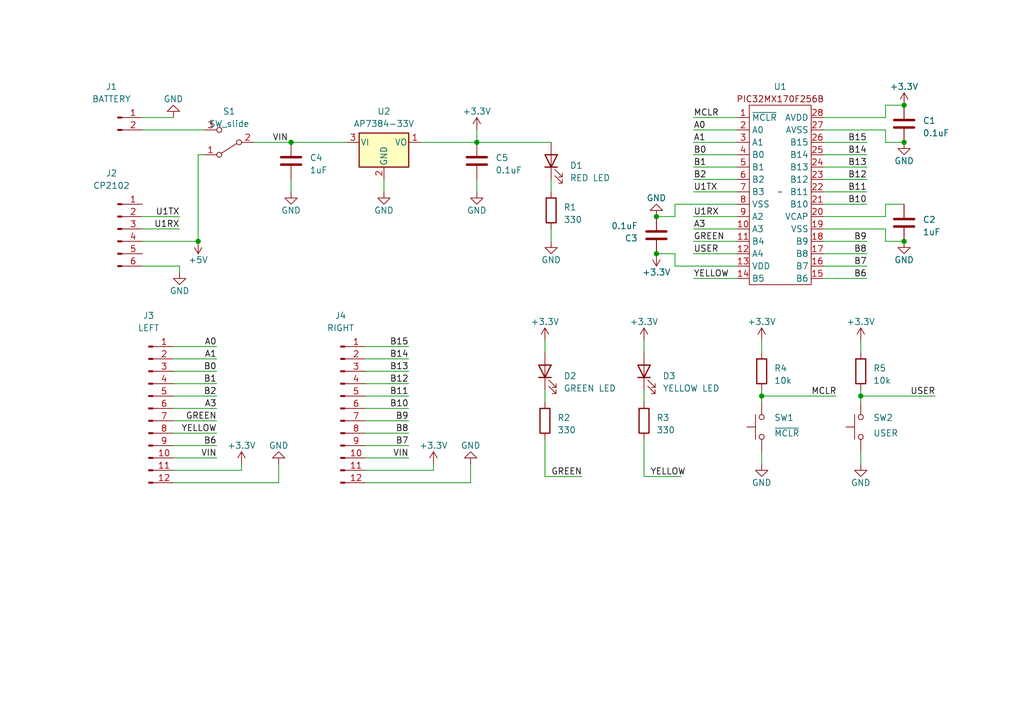
<source format=kicad_sch>
(kicad_sch (version 20230121) (generator eeschema)
  (paper "A5")
  (lib_symbols
    (symbol "Connector:Conn_01x02_Pin" (pin_names (offset 1.016) hide)
      (property "Reference" "J" (at 0 2.54 0))
      (property "Value" "Conn_01x02_Pin" (at 0 -5.08 0))
      (symbol "Conn_01x02_Pin_1_1"
        (polyline (pts (xy 1.27 -2.54) (xy 0.8636 -2.54)) (stroke (width 0.1524)))
        (polyline (pts (xy 1.27 0) (xy 0.8636 0)) (stroke (width 0.1524)))
        (rectangle (start 0.8636 -2.413) (end 0 -2.667) (stroke (width 0.1524)) (fill (type outline)))
        (rectangle (start 0.8636 0.127) (end 0 -0.127) (stroke (width 0.1524)) (fill (type outline)))
        (pin passive line (at 5.08 0 180) (length 3.81) (name "Pin_1") (number "1"))
        (pin passive line (at 5.08 -2.54 180) (length 3.81) (name "Pin_2") (number "2"))
      )
    )
    (symbol "Connector:Conn_01x06_Pin" (pin_names (offset 1.016) hide)
      (property "Reference" "J" (at 0 7.62 0))
      (property "Value" "Conn_01x06_Pin" (at 0 -10.16 0))
      (symbol "Conn_01x06_Pin_1_1"
        (polyline (pts (xy 1.27 -7.62) (xy 0.8636 -7.62)) (stroke (width 0.1524)))
        (polyline (pts (xy 1.27 -5.08) (xy 0.8636 -5.08)) (stroke (width 0.1524)))
        (polyline (pts (xy 1.27 -2.54) (xy 0.8636 -2.54)) (stroke (width 0.1524)))
        (polyline (pts (xy 1.27 0) (xy 0.8636 0)) (stroke (width 0.1524)))
        (polyline (pts (xy 1.27 2.54) (xy 0.8636 2.54)) (stroke (width 0.1524)))
        (polyline (pts (xy 1.27 5.08) (xy 0.8636 5.08)) (stroke (width 0.1524)))
        (rectangle (start 0.8636 -7.493) (end 0 -7.747) (stroke (width 0.1524)) (fill (type outline)))
        (rectangle (start 0.8636 -4.953) (end 0 -5.207) (stroke (width 0.1524)) (fill (type outline)))
        (rectangle (start 0.8636 -2.413) (end 0 -2.667) (stroke (width 0.1524)) (fill (type outline)))
        (rectangle (start 0.8636 0.127) (end 0 -0.127) (stroke (width 0.1524)) (fill (type outline)))
        (rectangle (start 0.8636 2.667) (end 0 2.413) (stroke (width 0.1524)) (fill (type outline)))
        (rectangle (start 0.8636 5.207) (end 0 4.953) (stroke (width 0.1524)) (fill (type outline)))
        (pin passive line (at 5.08 5.08 180) (length 3.81) (name "Pin_1") (number "1"))
        (pin passive line (at 5.08 2.54 180) (length 3.81) (name "Pin_2") (number "2"))
        (pin passive line (at 5.08 0 180) (length 3.81) (name "Pin_3") (number "3"))
        (pin passive line (at 5.08 -2.54 180) (length 3.81) (name "Pin_4") (number "4"))
        (pin passive line (at 5.08 -5.08 180) (length 3.81) (name "Pin_5") (number "5"))
        (pin passive line (at 5.08 -7.62 180) (length 3.81) (name "Pin_6") (number "6"))
      )
    )
    (symbol "Connector:Conn_01x12_Pin" (pin_names (offset 1.016) hide)
      (property "Reference" "J" (at 0 15.24 0))
      (property "Value" "Conn_01x12_Pin" (at 0 -17.78 0))
      (symbol "Conn_01x12_Pin_1_1"
        (polyline (pts (xy 1.27 -15.24) (xy 0.8636 -15.24)) (stroke (width 0.1524)))
        (polyline (pts (xy 1.27 -12.7) (xy 0.8636 -12.7)) (stroke (width 0.1524)))
        (polyline (pts (xy 1.27 -10.16) (xy 0.8636 -10.16)) (stroke (width 0.1524)))
        (polyline (pts (xy 1.27 -7.62) (xy 0.8636 -7.62)) (stroke (width 0.1524)))
        (polyline (pts (xy 1.27 -5.08) (xy 0.8636 -5.08)) (stroke (width 0.1524)))
        (polyline (pts (xy 1.27 -2.54) (xy 0.8636 -2.54)) (stroke (width 0.1524)))
        (polyline (pts (xy 1.27 0) (xy 0.8636 0)) (stroke (width 0.1524)))
        (polyline (pts (xy 1.27 2.54) (xy 0.8636 2.54)) (stroke (width 0.1524)))
        (polyline (pts (xy 1.27 5.08) (xy 0.8636 5.08)) (stroke (width 0.1524)))
        (polyline (pts (xy 1.27 7.62) (xy 0.8636 7.62)) (stroke (width 0.1524)))
        (polyline (pts (xy 1.27 10.16) (xy 0.8636 10.16)) (stroke (width 0.1524)))
        (polyline (pts (xy 1.27 12.7) (xy 0.8636 12.7)) (stroke (width 0.1524)))
        (rectangle (start 0.8636 -15.113) (end 0 -15.367) (stroke (width 0.1524)) (fill (type outline)))
        (rectangle (start 0.8636 -12.573) (end 0 -12.827) (stroke (width 0.1524)) (fill (type outline)))
        (rectangle (start 0.8636 -10.033) (end 0 -10.287) (stroke (width 0.1524)) (fill (type outline)))
        (rectangle (start 0.8636 -7.493) (end 0 -7.747) (stroke (width 0.1524)) (fill (type outline)))
        (rectangle (start 0.8636 -4.953) (end 0 -5.207) (stroke (width 0.1524)) (fill (type outline)))
        (rectangle (start 0.8636 -2.413) (end 0 -2.667) (stroke (width 0.1524)) (fill (type outline)))
        (rectangle (start 0.8636 0.127) (end 0 -0.127) (stroke (width 0.1524)) (fill (type outline)))
        (rectangle (start 0.8636 2.667) (end 0 2.413) (stroke (width 0.1524)) (fill (type outline)))
        (rectangle (start 0.8636 5.207) (end 0 4.953) (stroke (width 0.1524)) (fill (type outline)))
        (rectangle (start 0.8636 7.747) (end 0 7.493) (stroke (width 0.1524)) (fill (type outline)))
        (rectangle (start 0.8636 10.287) (end 0 10.033) (stroke (width 0.1524)) (fill (type outline)))
        (rectangle (start 0.8636 12.827) (end 0 12.573) (stroke (width 0.1524)) (fill (type outline)))
        (pin passive line (at 5.08 12.7 180) (length 3.81) (name "Pin_1") (number "1"))
        (pin passive line (at 5.08 -10.16 180) (length 3.81) (name "Pin_10") (number "10"))
        (pin passive line (at 5.08 -12.7 180) (length 3.81) (name "Pin_11") (number "11"))
        (pin passive line (at 5.08 -15.24 180) (length 3.81) (name "Pin_12") (number "12"))
        (pin passive line (at 5.08 10.16 180) (length 3.81) (name "Pin_2") (number "2"))
        (pin passive line (at 5.08 7.62 180) (length 3.81) (name "Pin_3") (number "3"))
        (pin passive line (at 5.08 5.08 180) (length 3.81) (name "Pin_4") (number "4"))
        (pin passive line (at 5.08 2.54 180) (length 3.81) (name "Pin_5") (number "5"))
        (pin passive line (at 5.08 0 180) (length 3.81) (name "Pin_6") (number "6"))
        (pin passive line (at 5.08 -2.54 180) (length 3.81) (name "Pin_7") (number "7"))
        (pin passive line (at 5.08 -5.08 180) (length 3.81) (name "Pin_8") (number "8"))
        (pin passive line (at 5.08 -7.62 180) (length 3.81) (name "Pin_9") (number "9"))
      )
    )
    (symbol "Device:C" (pin_numbers hide) (pin_names (offset 0.254))
      (property "Reference" "C" (at 0.635 2.54 0))
      (property "Value" "C" (at 0.635 -2.54 0))
      (symbol "C_0_1"
        (polyline (pts (xy -2.032 -0.762) (xy 2.032 -0.762)) (stroke (width 0.508)))
        (polyline (pts (xy -2.032 0.762) (xy 2.032 0.762)) (stroke (width 0.508)))
      )
      (symbol "C_1_1"
        (pin passive line (at 0 3.81 270) (length 2.794) (name "~") (number "1"))
        (pin passive line (at 0 -3.81 90) (length 2.794) (name "~") (number "2"))
      )
    )
    (symbol "Device:LED" (pin_numbers hide) (pin_names (offset 1.016) hide)
      (property "Reference" "D" (at 0 2.54 0))
      (property "Value" "LED" (at 0 -2.54 0))
      (symbol "LED_0_1"
        (polyline (pts (xy -1.27 -1.27) (xy -1.27 1.27)) (stroke (width 0.254)))
        (polyline (pts (xy -1.27 0) (xy 1.27 0)))
        (polyline (pts (xy 1.27 -1.27) (xy 1.27 1.27) (xy -1.27 0) (xy 1.27 -1.27)) (stroke (width 0.254)))
        (polyline (pts (xy -3.048 -0.762) (xy -4.572 -2.286) (xy -3.81 -2.286) (xy -4.572 -2.286) (xy -4.572 -1.524)))
        (polyline (pts (xy -1.778 -0.762) (xy -3.302 -2.286) (xy -2.54 -2.286) (xy -3.302 -2.286) (xy -3.302 -1.524)))
      )
      (symbol "LED_1_1"
        (pin passive line (at -3.81 0 0) (length 2.54) (name "K") (number "1"))
        (pin passive line (at 3.81 0 180) (length 2.54) (name "A") (number "2"))
      )
    )
    (symbol "Device:R" (pin_numbers hide) (pin_names (offset 0))
      (property "Reference" "R" (at 2.032 0 90))
      (property "Value" "R" (at 0 0 90))
      (symbol "R_0_1"
        (rectangle (start -1.016 -2.54) (end 1.016 2.54) (stroke (width 0.254)))
      )
      (symbol "R_1_1"
        (pin passive line (at 0 3.81 270) (length 1.27) (name "~") (number "1"))
        (pin passive line (at 0 -3.81 90) (length 1.27) (name "~") (number "2"))
      )
    )
    (symbol "NU32:AP7384-33V" (pin_names (offset 0.254))
      (property "Reference" "U" (at -3.81 3.175 0))
      (property "Value" "AP7384-33V" (at 0 3.175 0))
      (symbol "AP7384-33V_0_1"
        (rectangle (start -5.08 1.905) (end 5.08 -5.08) (stroke (width 0.254)) (fill (type background)))
      )
      (symbol "AP7384-33V_1_1"
        (pin power_out line (at 7.62 0 180) (length 2.54) (name "VO") (number "1"))
        (pin power_in line (at 0 -7.62 90) (length 2.54) (name "GND") (number "2"))
        (pin power_in line (at -7.62 0 0) (length 2.54) (name "VI") (number "3"))
      )
    )
    (symbol "NU32:PIC32MX170F256B"
      (property "Reference" "U" (at 0 21.59 0))
      (symbol "PIC32MX170F256B_0_1"
        (rectangle (start -6.35 17.78) (end 6.35 -19.05))
      )
      (symbol "PIC32MX170F256B_1_1"
        (text "PIC32MX170F256B" (at 0 19.05 0) (effects (font (size 1.27 1.27))))
        (pin input line (at -8.89 15.24 0) (length 2.54) (name "~{MCLR}") (number "1"))
        (pin input line (at -8.89 -7.62 0) (length 2.54) (name "A3") (number "10"))
        (pin input line (at -8.89 -10.16 0) (length 2.54) (name "B4") (number "11"))
        (pin input line (at -8.89 -12.7 0) (length 2.54) (name "A4") (number "12"))
        (pin power_in line (at -8.89 -15.24 0) (length 2.54) (name "VDD") (number "13"))
        (pin input line (at -8.89 -17.78 0) (length 2.54) (name "B5") (number "14"))
        (pin input line (at 8.89 -17.78 180) (length 2.54) (name "B6") (number "15"))
        (pin input line (at 8.89 -15.24 180) (length 2.54) (name "B7") (number "16"))
        (pin input line (at 8.89 -12.7 180) (length 2.54) (name "B8") (number "17"))
        (pin input line (at 8.89 -10.16 180) (length 2.54) (name "B9") (number "18"))
        (pin power_in line (at 8.89 -7.62 180) (length 2.54) (name "VSS") (number "19"))
        (pin input line (at -8.89 12.7 0) (length 2.54) (name "A0") (number "2"))
        (pin power_in line (at 8.89 -5.08 180) (length 2.54) (name "VCAP") (number "20"))
        (pin input line (at 8.89 -2.54 180) (length 2.54) (name "B10") (number "21"))
        (pin input line (at 8.89 0 180) (length 2.54) (name "B11") (number "22"))
        (pin input line (at 8.89 2.54 180) (length 2.54) (name "B12") (number "23"))
        (pin input line (at 8.89 5.08 180) (length 2.54) (name "B13") (number "24"))
        (pin input line (at 8.89 7.62 180) (length 2.54) (name "B14") (number "25"))
        (pin input line (at 8.89 10.16 180) (length 2.54) (name "B15") (number "26"))
        (pin power_in line (at 8.89 12.7 180) (length 2.54) (name "AVSS") (number "27"))
        (pin power_in line (at 8.89 15.24 180) (length 2.54) (name "AVDD") (number "28"))
        (pin input line (at -8.89 10.16 0) (length 2.54) (name "A1") (number "3"))
        (pin input line (at -8.89 7.62 0) (length 2.54) (name "B0") (number "4"))
        (pin input line (at -8.89 5.08 0) (length 2.54) (name "B1") (number "5"))
        (pin input line (at -8.89 2.54 0) (length 2.54) (name "B2") (number "6"))
        (pin input line (at -8.89 0 0) (length 2.54) (name "B3") (number "7"))
        (pin power_in line (at -8.89 -2.54 0) (length 2.54) (name "VSS") (number "8"))
        (pin input line (at -8.89 -5.08 0) (length 2.54) (name "A2") (number "9"))
      )
    )
    (symbol "NU32:SW_SPDT" (pin_names (offset 0) hide)
      (property "Reference" "S1" (at 0 10.16 0))
      (property "Value" "SW_slide" (at 0 6.35 0))
      (symbol "SW_SPDT_0_0"
        (circle (center -2.032 0) (radius 0.508))
        (circle (center 2.032 -2.54) (radius 0.508))
      )
      (symbol "SW_SPDT_0_1"
        (polyline (pts (xy -1.524 0.254) (xy 1.651 2.286)))
        (circle (center 2.032 2.54) (radius 0.508))
      )
      (symbol "SW_SPDT_1_1"
        (pin passive line (at 5.08 2.54 180) (length 2.54) (name "A") (number "1"))
        (pin passive line (at -5.08 0 0) (length 2.54) (name "B") (number "2"))
        (pin passive line (at 5.08 -2.54 180) (length 2.54) (name "C") (number "3"))
      )
    )
    (symbol "Switch:SW_Push" (pin_numbers hide) (pin_names (offset 1.016) hide)
      (property "Reference" "SW" (at 1.27 2.54 0))
      (property "Value" "SW_Push" (at 0 -1.524 0))
      (symbol "SW_Push_0_1"
        (circle (center -2.032 0) (radius 0.508))
        (polyline (pts (xy 0 1.27) (xy 0 3.048)))
        (polyline (pts (xy 2.54 1.27) (xy -2.54 1.27)))
        (circle (center 2.032 0) (radius 0.508))
        (pin passive line (at -5.08 0 0) (length 2.54) (name "1") (number "1"))
        (pin passive line (at 5.08 0 180) (length 2.54) (name "2") (number "2"))
      )
    )
    (symbol "power:+3.3V" (power) (pin_names (offset 0))
      (property "Value" "+3.3V" (at 0 3.556 0))
      (symbol "+3.3V_0_1"
        (polyline (pts (xy -0.762 1.27) (xy 0 2.54)))
        (polyline (pts (xy 0 0) (xy 0 2.54)))
        (polyline (pts (xy 0 2.54) (xy 0.762 1.27)))
      )
      (symbol "+3.3V_1_1"
        (pin power_in line (at 0 0 90) (length 0) hide (name "+3.3V") (number "1"))
      )
    )
    (symbol "power:+5V" (power) (pin_names (offset 0))
      (property "Value" "+5V" (at 0 3.556 0))
      (symbol "+5V_0_1"
        (polyline (pts (xy -0.762 1.27) (xy 0 2.54)))
        (polyline (pts (xy 0 0) (xy 0 2.54)))
        (polyline (pts (xy 0 2.54) (xy 0.762 1.27)))
      )
      (symbol "+5V_1_1"
        (pin power_in line (at 0 0 90) (length 0) hide (name "+5V") (number "1"))
      )
    )
    (symbol "power:GND" (power) (pin_names (offset 0))
      (property "Value" "GND" (at 0 -3.81 0))
      (symbol "GND_0_1"
        (polyline (pts (xy 0 0) (xy 0 -1.27) (xy 1.27 -1.27) (xy 0 -2.54) (xy -1.27 -1.27) (xy 0 -1.27)))
      )
      (symbol "GND_1_1"
        (pin power_in line (at 0 0 270) (length 0) hide (name "GND") (number "1"))
      )
    )
  )
  (junction (at 134.62 52.07))
  (junction (at 185.42 29.21))
  (junction (at 40.64 49.53))
  (junction (at 185.42 49.53))
  (junction (at 59.69 29.21))
  (junction (at 156.21 81.28))
  (junction (at 185.42 21.59))
  (junction (at 176.53 81.28))
  (junction (at 97.79 29.21))
  (junction (at 134.62 44.45))
  (wire (pts (xy 142.24 24.13) (xy 151.13 24.13)))
  (wire (pts (xy 176.53 81.28) (xy 176.53 82.55)))
  (wire (pts (xy 177.8 34.29) (xy 168.91 34.29)))
  (wire (pts (xy 181.61 29.21) (xy 185.42 29.21)))
  (wire (pts (xy 113.03 46.99) (xy 113.03 49.53)))
  (wire (pts (xy 138.43 52.07) (xy 138.43 54.61)))
  (wire (pts (xy 35.56 88.9) (xy 44.45 88.9)))
  (wire (pts (xy 36.83 54.61) (xy 36.83 55.88)))
  (wire (pts (xy 156.21 80.01) (xy 156.21 81.28)))
  (wire (pts (xy 97.79 29.21) (xy 113.03 29.21)))
  (wire (pts (xy 181.61 46.99) (xy 181.61 49.53)))
  (wire (pts (xy 177.8 39.37) (xy 168.91 39.37)))
  (wire (pts (xy 138.43 41.91) (xy 138.43 44.45)))
  (wire (pts (xy 88.9 95.25) (xy 88.9 96.52)))
  (wire (pts (xy 40.64 49.53) (xy 40.64 31.75)))
  (wire (pts (xy 29.21 46.99) (xy 36.83 46.99)))
  (wire (pts (xy 142.24 49.53) (xy 151.13 49.53)))
  (wire (pts (xy 177.8 57.15) (xy 168.91 57.15)))
  (wire (pts (xy 156.21 92.71) (xy 156.21 95.25)))
  (wire (pts (xy 177.8 52.07) (xy 168.91 52.07)))
  (wire (pts (xy 176.53 81.28) (xy 191.77 81.28)))
  (wire (pts (xy 181.61 44.45) (xy 181.61 41.91)))
  (wire (pts (xy 59.69 29.21) (xy 71.12 29.21)))
  (wire (pts (xy 29.21 54.61) (xy 36.83 54.61)))
  (wire (pts (xy 142.24 29.21) (xy 151.13 29.21)))
  (wire (pts (xy 142.24 44.45) (xy 151.13 44.45)))
  (wire (pts (xy 142.24 52.07) (xy 151.13 52.07)))
  (wire (pts (xy 142.24 39.37) (xy 151.13 39.37)))
  (wire (pts (xy 132.08 97.79) (xy 139.7 97.79)))
  (wire (pts (xy 35.56 86.36) (xy 44.45 86.36)))
  (wire (pts (xy 57.15 95.25) (xy 57.15 99.06)))
  (wire (pts (xy 35.56 93.98) (xy 44.45 93.98)))
  (wire (pts (xy 132.08 90.17) (xy 132.08 97.79)))
  (wire (pts (xy 59.69 36.83) (xy 59.69 39.37)))
  (wire (pts (xy 142.24 26.67) (xy 151.13 26.67)))
  (wire (pts (xy 168.91 44.45) (xy 181.61 44.45)))
  (wire (pts (xy 181.61 21.59) (xy 181.61 24.13)))
  (wire (pts (xy 83.82 86.36) (xy 74.93 86.36)))
  (wire (pts (xy 177.8 54.61) (xy 168.91 54.61)))
  (wire (pts (xy 177.8 49.53) (xy 168.91 49.53)))
  (wire (pts (xy 40.64 31.75) (xy 41.91 31.75)))
  (wire (pts (xy 176.53 69.85) (xy 176.53 72.39)))
  (wire (pts (xy 177.8 29.21) (xy 168.91 29.21)))
  (wire (pts (xy 138.43 41.91) (xy 151.13 41.91)))
  (wire (pts (xy 177.8 31.75) (xy 168.91 31.75)))
  (wire (pts (xy 35.56 96.52) (xy 49.53 96.52)))
  (wire (pts (xy 111.76 97.79) (xy 119.38 97.79)))
  (wire (pts (xy 49.53 95.25) (xy 49.53 96.52)))
  (wire (pts (xy 74.93 78.74) (xy 83.82 78.74)))
  (wire (pts (xy 177.8 41.91) (xy 168.91 41.91)))
  (wire (pts (xy 138.43 54.61) (xy 151.13 54.61)))
  (wire (pts (xy 44.45 78.74) (xy 35.56 78.74)))
  (wire (pts (xy 44.45 73.66) (xy 35.56 73.66)))
  (wire (pts (xy 35.56 83.82) (xy 44.45 83.82)))
  (wire (pts (xy 86.36 29.21) (xy 97.79 29.21)))
  (wire (pts (xy 35.56 91.44) (xy 44.45 91.44)))
  (wire (pts (xy 111.76 90.17) (xy 111.76 97.79)))
  (wire (pts (xy 44.45 71.12) (xy 35.56 71.12)))
  (wire (pts (xy 142.24 46.99) (xy 151.13 46.99)))
  (wire (pts (xy 74.93 96.52) (xy 88.9 96.52)))
  (wire (pts (xy 97.79 36.83) (xy 97.79 39.37)))
  (wire (pts (xy 97.79 26.67) (xy 97.79 29.21)))
  (wire (pts (xy 44.45 81.28) (xy 35.56 81.28)))
  (wire (pts (xy 83.82 91.44) (xy 74.93 91.44)))
  (wire (pts (xy 176.53 80.01) (xy 176.53 81.28)))
  (wire (pts (xy 111.76 80.01) (xy 111.76 82.55)))
  (wire (pts (xy 83.82 88.9) (xy 74.93 88.9)))
  (wire (pts (xy 35.56 99.06) (xy 57.15 99.06)))
  (wire (pts (xy 74.93 81.28) (xy 83.82 81.28)))
  (wire (pts (xy 156.21 81.28) (xy 156.21 82.55)))
  (wire (pts (xy 156.21 69.85) (xy 156.21 72.39)))
  (wire (pts (xy 134.62 52.07) (xy 138.43 52.07)))
  (wire (pts (xy 181.61 26.67) (xy 181.61 29.21)))
  (wire (pts (xy 142.24 34.29) (xy 151.13 34.29)))
  (wire (pts (xy 168.91 26.67) (xy 181.61 26.67)))
  (wire (pts (xy 29.21 44.45) (xy 36.83 44.45)))
  (wire (pts (xy 168.91 24.13) (xy 181.61 24.13)))
  (wire (pts (xy 74.93 73.66) (xy 83.82 73.66)))
  (wire (pts (xy 29.21 49.53) (xy 40.64 49.53)))
  (wire (pts (xy 74.93 76.2) (xy 83.82 76.2)))
  (wire (pts (xy 78.74 36.83) (xy 78.74 39.37)))
  (wire (pts (xy 181.61 41.91) (xy 185.42 41.91)))
  (wire (pts (xy 83.82 93.98) (xy 74.93 93.98)))
  (wire (pts (xy 111.76 69.85) (xy 111.76 72.39)))
  (wire (pts (xy 181.61 21.59) (xy 185.42 21.59)))
  (wire (pts (xy 29.21 24.13) (xy 35.56 24.13)))
  (wire (pts (xy 74.93 99.06) (xy 96.52 99.06)))
  (wire (pts (xy 52.07 29.21) (xy 59.69 29.21)))
  (wire (pts (xy 142.24 57.15) (xy 151.13 57.15)))
  (wire (pts (xy 132.08 80.01) (xy 132.08 82.55)))
  (wire (pts (xy 134.62 44.45) (xy 138.43 44.45)))
  (wire (pts (xy 29.21 26.67) (xy 41.91 26.67)))
  (wire (pts (xy 132.08 69.85) (xy 132.08 72.39)))
  (wire (pts (xy 176.53 92.71) (xy 176.53 95.25)))
  (wire (pts (xy 142.24 36.83) (xy 151.13 36.83)))
  (wire (pts (xy 156.21 81.28) (xy 171.45 81.28)))
  (wire (pts (xy 44.45 76.2) (xy 35.56 76.2)))
  (wire (pts (xy 113.03 36.83) (xy 113.03 39.37)))
  (wire (pts (xy 142.24 31.75) (xy 151.13 31.75)))
  (wire (pts (xy 96.52 95.25) (xy 96.52 99.06)))
  (wire (pts (xy 74.93 71.12) (xy 83.82 71.12)))
  (wire (pts (xy 168.91 46.99) (xy 181.61 46.99)))
  (wire (pts (xy 177.8 36.83) (xy 168.91 36.83)))
  (wire (pts (xy 74.93 83.82) (xy 83.82 83.82)))
  (wire (pts (xy 181.61 49.53) (xy 185.42 49.53)))
  (label "B9" (at 83.82 86.36 180))
  (label "USER" (at 186.69 81.28 0))
  (label "B15" (at 177.8 29.21 180))
  (label "USER" (at 142.24 52.07 0))
  (label "B0" (at 44.45 76.2 180))
  (label "A3" (at 44.45 83.82 180))
  (label "B6" (at 44.45 91.44 180))
  (label "B13" (at 177.8 34.29 180))
  (label "B10" (at 177.7936 41.91 180))
  (label "B2" (at 44.45 81.28 180))
  (label "B7" (at 177.8 54.61 180))
  (label "MCLR" (at 142.24 24.13 0))
  (label "VIN" (at 83.82 93.98 180))
  (label "VIN" (at 44.45 93.98 180))
  (label "B7" (at 83.82 91.44 180))
  (label "B12" (at 83.82 78.74 180))
  (label "U1RX" (at 36.83 46.99 180))
  (label "B12" (at 177.8 36.83 180))
  (label "A3" (at 142.24 46.99 0))
  (label "B0" (at 142.24 31.75 0))
  (label "A0" (at 142.24 26.67 0))
  (label "GREEN" (at 142.24 49.53 0))
  (label "YELLOW" (at 142.24 57.15 0))
  (label "GREEN" (at 113.03 97.79 0))
  (label "B11" (at 177.8 39.37 180))
  (label "MCLR" (at 166.37 81.28 0))
  (label "B6" (at 177.8 57.15 180))
  (label "U1TX" (at 36.83 44.45 180))
  (label "B2" (at 142.24 36.83 0))
  (label "VIN" (at 55.88 29.21 0))
  (label "B13" (at 83.82 76.2 180))
  (label "A0" (at 44.45 71.12 180))
  (label "B1" (at 44.45 78.74 180))
  (label "A1" (at 142.24 29.21 0))
  (label "B14" (at 177.8 31.75 180))
  (label "A1" (at 44.45 73.66 180))
  (label "YELLOW" (at 44.45 88.9 180))
  (label "B9" (at 177.8 49.53 180))
  (label "B8" (at 83.82 88.9 180))
  (label "B8" (at 177.8 52.07 180))
  (label "B1" (at 142.24 34.29 0))
  (label "U1TX" (at 142.2464 39.37 0))
  (label "B15" (at 83.82 71.12 180))
  (label "B10" (at 83.82 83.82 180))
  (label "B14" (at 83.82 73.66 180))
  (label "U1RX" (at 142.24 44.45 0))
  (label "GREEN" (at 44.45 86.36 180))
  (label "YELLOW" (at 133.35 97.79 0))
  (label "B11" (at 83.82 81.28 180))
  (symbol (lib_id "power:GND") (at 57.15 95.25 180) (unit 1)
    (property "Reference" "#PWR021" (effects hide))
    (property "Value" "GND" (at 57.15 91.44 0))
  )
  (symbol (lib_id "NU32:AP7384-33V") (at 78.74 29.21 0) (unit 1)
    (property "Reference" "U2" (at 78.74 22.86 0))
    (property "Value" "AP7384-33V" (at 78.74 25.4 0))
    (property "Footprint" "Package_TO_SOT_THT:TO-92L_Inline" (effects hide))
  )
  (symbol (lib_id "NU32:SW_SPDT") (at 46.99 29.21 180) (unit 1)
    (property "Reference" "S1" (at 46.99 22.86 0))
    (property "Value" "SW_slide" (at 46.99 25.4 0))
    (property "Footprint" "Library:slidesw" (effects hide))
  )
  (symbol (lib_id "power:+3.3V") (at 185.42 21.59 0) (unit 1)
    (property "Reference" "#PWR02" (effects hide))
    (property "Value" "+3.3V" (at 185.42 17.78 0))
  )
  (symbol (lib_id "Switch:SW_Push") (at 176.53 87.63 90) (unit 1)
    (property "Reference" "SW2" (at 179.07 85.725 90) (effects (justify right)))
    (property "Value" "USER" (at 179.07 88.9 90) (effects (justify right)))
    (property "Footprint" "Library:Pushbutton" (effects hide))
  )
  (symbol (lib_id "power:GND") (at 176.53 95.25 0) (unit 1)
    (property "Reference" "#PWR019" (effects hide))
    (property "Value" "GND" (at 176.53 99.06 0))
  )
  (symbol (lib_id "power:GND") (at 59.69 39.37 0) (unit 1)
    (property "Reference" "#PWR09" (effects hide))
    (property "Value" "GND" (at 59.69 43.18 0))
  )
  (symbol (lib_id "Device:R") (at 176.53 76.2 0) (unit 1)
    (property "Reference" "R5" (at 179.07 75.565 0) (effects (justify left)))
    (property "Value" "10k" (at 179.07 78.105 0) (effects (justify left)))
    (property "Footprint" "Resistor_THT:R_Axial_DIN0204_L3.6mm_D1.6mm_P7.62mm_Horizontal" (effects hide))
  )
  (symbol (lib_id "Device:LED") (at 132.08 76.2 90) (unit 1)
    (property "Reference" "D3" (at 135.89 77.1525 90) (effects (justify right)))
    (property "Value" "YELLOW LED" (at 135.89 79.6925 90) (effects (justify right)))
    (property "Footprint" "LED_THT:LED_D3.0mm" (effects hide))
  )
  (symbol (lib_id "power:+3.3V") (at 88.9 95.25 0) (unit 1)
    (property "Reference" "#PWR022" (effects hide))
    (property "Value" "+3.3V" (at 88.9 91.44 0))
  )
  (symbol (lib_id "Device:C") (at 59.69 33.02 0) (unit 1)
    (property "Reference" "C4" (at 63.5 32.385 0) (effects (justify left)))
    (property "Value" "1uF" (at 63.5 34.925 0) (effects (justify left)))
    (property "Footprint" "Capacitor_THT:C_Disc_D4.3mm_W1.9mm_P5.00mm" (effects hide))
  )
  (symbol (lib_id "Connector:Conn_01x12_Pin") (at 69.85 83.82 0) (unit 1)
    (property "Reference" "J4" (at 69.85 64.77 0))
    (property "Value" "RIGHT" (at 69.85 67.31 0))
    (property "Footprint" "Connector_PinSocket_2.54mm:PinSocket_1x12_P2.54mm_Vertical" (effects hide))
  )
  (symbol (lib_id "Device:R") (at 111.76 86.36 0) (unit 1)
    (property "Reference" "R2" (at 114.3 85.725 0) (effects (justify left)))
    (property "Value" "330" (at 114.3 88.265 0) (effects (justify left)))
    (property "Footprint" "Resistor_THT:R_Axial_DIN0204_L3.6mm_D1.6mm_P7.62mm_Horizontal" (effects hide))
  )
  (symbol (lib_id "power:GND") (at 96.52 95.25 180) (unit 1)
    (property "Reference" "#PWR023" (effects hide))
    (property "Value" "GND" (at 96.52 91.44 0))
  )
  (symbol (lib_id "power:GND") (at 78.74 39.37 0) (unit 1)
    (property "Reference" "#PWR011" (effects hide))
    (property "Value" "GND" (at 78.74 43.18 0))
  )
  (symbol (lib_id "Device:C") (at 97.79 33.02 0) (unit 1)
    (property "Reference" "C5" (at 101.6 32.385 0) (effects (justify left)))
    (property "Value" "0.1uF" (at 101.6 34.925 0) (effects (justify left)))
    (property "Footprint" "Capacitor_THT:C_Disc_D3.4mm_W2.1mm_P2.50mm" (effects hide))
  )
  (symbol (lib_id "power:+3.3V") (at 111.76 69.85 0) (unit 1)
    (property "Reference" "#PWR014" (effects hide))
    (property "Value" "+3.3V" (at 111.76 66.04 0))
  )
  (symbol (lib_id "power:GND") (at 156.21 95.25 0) (unit 1)
    (property "Reference" "#PWR017" (effects hide))
    (property "Value" "GND" (at 156.21 99.06 0))
  )
  (symbol (lib_id "Connector:Conn_01x12_Pin") (at 30.48 83.82 0) (unit 1)
    (property "Reference" "J3" (at 30.48 64.77 0))
    (property "Value" "LEFT" (at 30.48 67.31 0))
    (property "Footprint" "Connector_PinSocket_2.54mm:PinSocket_1x12_P2.54mm_Vertical" (effects hide))
  )
  (symbol (lib_id "power:+3.3V") (at 156.21 69.85 0) (unit 1)
    (property "Reference" "#PWR016" (effects hide))
    (property "Value" "+3.3V" (at 156.21 66.04 0))
  )
  (symbol (lib_id "Switch:SW_Push") (at 156.21 87.63 90) (unit 1)
    (property "Reference" "SW1" (at 158.75 85.725 90) (effects (justify right)))
    (property "Value" "~{MCLR}" (at 158.75 88.9 90) (effects (justify right)))
    (property "Footprint" "Library:Pushbutton" (effects hide))
  )
  (symbol (lib_id "Connector:Conn_01x02_Pin") (at 24.13 24.13 0) (unit 1)
    (property "Reference" "J1" (at 22.86 17.78 0))
    (property "Value" "BATTERY" (at 22.86 20.32 0))
    (property "Footprint" "Connector_PinSocket_2.54mm:PinSocket_1x02_P2.54mm_Vertical" (effects hide))
  )
  (symbol (lib_id "Device:R") (at 132.08 86.36 0) (unit 1)
    (property "Reference" "R3" (at 134.62 85.725 0) (effects (justify left)))
    (property "Value" "330" (at 134.62 88.265 0) (effects (justify left)))
    (property "Footprint" "Resistor_THT:R_Axial_DIN0204_L3.6mm_D1.6mm_P7.62mm_Horizontal" (effects hide))
  )
  (symbol (lib_id "Device:C") (at 185.42 45.72 0) (unit 1)
    (property "Reference" "C2" (at 189.23 45.085 0) (effects (justify left)))
    (property "Value" "1uF" (at 189.23 47.625 0) (effects (justify left)))
    (property "Footprint" "Capacitor_THT:C_Disc_D4.3mm_W1.9mm_P5.00mm" (effects hide))
  )
  (symbol (lib_id "power:+3.3V") (at 49.53 95.25 0) (unit 1)
    (property "Reference" "#PWR020" (effects hide))
    (property "Value" "+3.3V" (at 49.53 91.44 0))
  )
  (symbol (lib_id "power:+3.3V") (at 134.62 52.07 180) (unit 1)
    (property "Reference" "#PWR06" (effects hide))
    (property "Value" "+3.3V" (at 134.62 55.88 0))
  )
  (symbol (lib_id "Device:R") (at 156.21 76.2 0) (unit 1)
    (property "Reference" "R4" (at 158.75 75.565 0) (effects (justify left)))
    (property "Value" "10k" (at 158.75 78.105 0) (effects (justify left)))
    (property "Footprint" "Resistor_THT:R_Axial_DIN0204_L3.6mm_D1.6mm_P7.62mm_Horizontal" (effects hide))
  )
  (symbol (lib_id "power:GND") (at 35.56 24.13 180) (unit 1)
    (property "Reference" "#PWR07" (effects hide))
    (property "Value" "GND" (at 35.56 20.32 0))
  )
  (symbol (lib_id "power:+3.3V") (at 97.79 26.67 0) (unit 1)
    (property "Reference" "#PWR012" (effects hide))
    (property "Value" "+3.3V" (at 97.79 22.86 0))
  )
  (symbol (lib_id "power:+3.3V") (at 176.53 69.85 0) (unit 1)
    (property "Reference" "#PWR018" (effects hide))
    (property "Value" "+3.3V" (at 176.53 66.04 0))
  )
  (symbol (lib_id "Device:C") (at 134.62 48.26 180) (unit 1)
    (property "Reference" "C3" (at 130.81 48.895 0) (effects (justify left)))
    (property "Value" "0.1uF" (at 130.81 46.355 0) (effects (justify left)))
    (property "Footprint" "Capacitor_THT:C_Disc_D3.4mm_W2.1mm_P2.50mm" (effects hide))
  )
  (symbol (lib_id "power:+5V") (at 40.64 49.53 180) (unit 1)
    (property "Reference" "#PWR013" (effects hide))
    (property "Value" "+5V" (at 40.64 53.34 0))
  )
  (symbol (lib_id "power:+3.3V") (at 132.08 69.85 0) (unit 1)
    (property "Reference" "#PWR015" (effects hide))
    (property "Value" "+3.3V" (at 132.08 66.04 0))
  )
  (symbol (lib_id "power:GND") (at 97.79 39.37 0) (unit 1)
    (property "Reference" "#PWR010" (effects hide))
    (property "Value" "GND" (at 97.79 43.18 0))
  )
  (symbol (lib_id "power:GND") (at 134.62 44.45 180) (unit 1)
    (property "Reference" "#PWR05" (effects hide))
    (property "Value" "GND" (at 134.62 40.64 0))
  )
  (symbol (lib_id "Connector:Conn_01x06_Pin") (at 24.13 46.99 0) (unit 1)
    (property "Reference" "J2" (at 22.86 35.56 0))
    (property "Value" "CP2102" (at 22.86 38.1 0))
    (property "Footprint" "Connector_PinSocket_2.54mm:PinSocket_1x06_P2.54mm_Vertical" (effects hide))
  )
  (symbol (lib_id "Device:LED") (at 111.76 76.2 90) (unit 1)
    (property "Reference" "D2" (at 115.57 77.1525 90) (effects (justify right)))
    (property "Value" "GREEN LED" (at 115.57 79.6925 90) (effects (justify right)))
    (property "Footprint" "LED_THT:LED_D3.0mm" (effects hide))
  )
  (symbol (lib_id "power:GND") (at 185.42 29.21 0) (unit 1)
    (property "Reference" "#PWR03" (effects hide))
    (property "Value" "GND" (at 185.42 33.02 0))
  )
  (symbol (lib_id "power:GND") (at 36.83 55.88 0) (unit 1)
    (property "Reference" "#PWR08" (effects hide))
    (property "Value" "GND" (at 36.83 59.69 0))
  )
  (symbol (lib_id "Device:C") (at 185.42 25.4 0) (unit 1)
    (property "Reference" "C1" (at 189.23 24.765 0) (effects (justify left)))
    (property "Value" "0.1uF" (at 189.23 27.305 0) (effects (justify left)))
    (property "Footprint" "Capacitor_THT:C_Disc_D3.4mm_W2.1mm_P2.50mm" (effects hide))
  )
  (symbol (lib_id "Device:R") (at 113.03 43.18 0) (unit 1)
    (property "Reference" "R1" (at 115.57 42.545 0) (effects (justify left)))
    (property "Value" "330" (at 115.57 45.085 0) (effects (justify left)))
    (property "Footprint" "Resistor_THT:R_Axial_DIN0204_L3.6mm_D1.6mm_P7.62mm_Horizontal" (effects hide))
  )
  (symbol (lib_id "power:GND") (at 113.03 49.53 0) (unit 1)
    (property "Reference" "#PWR01" (effects hide))
    (property "Value" "GND" (at 113.03 53.34 0))
  )
  (symbol (lib_id "power:GND") (at 185.42 49.53 0) (unit 1)
    (property "Reference" "#PWR04" (effects hide))
    (property "Value" "GND" (at 185.42 53.34 0))
  )
  (symbol (lib_id "Device:LED") (at 113.03 33.02 90) (unit 1)
    (property "Reference" "D1" (at 116.84 33.9725 90) (effects (justify right)))
    (property "Value" "RED LED" (at 116.84 36.5125 90) (effects (justify right)))
    (property "Footprint" "LED_THT:LED_D3.0mm" (effects hide))
  )
  (symbol (lib_id "NU32:PIC32MX170F256B") (at 160.02 39.37 0) (unit 1)
    (property "Reference" "U1" (at 160.02 17.78 0))
    (property "Value" "~" (at 160.02 39.37 0))
    (property "Footprint" "Package_DIP:DIP-28_W7.62mm_Socket" (effects hide))
  )
)
</source>
